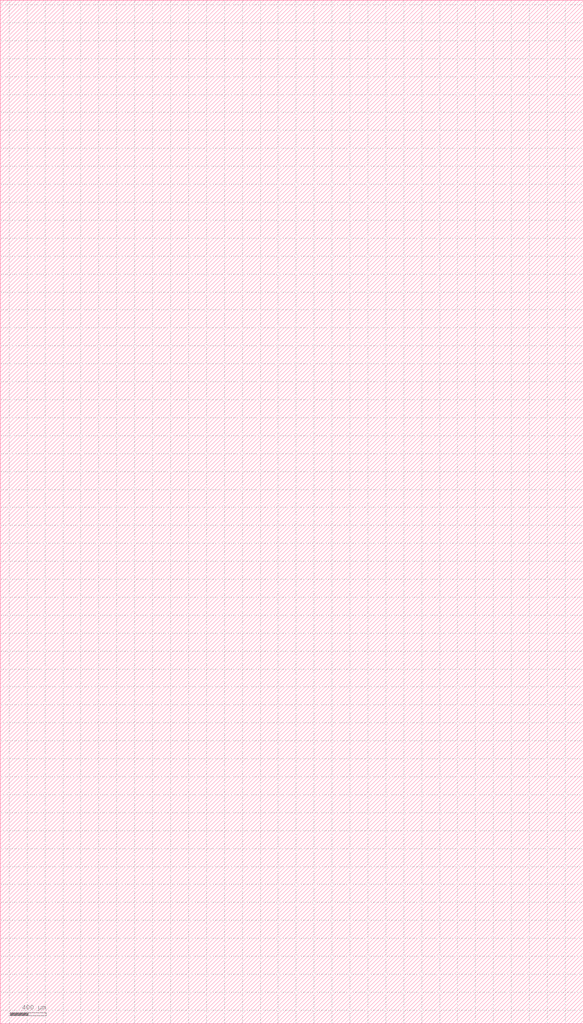
<source format=lef>
VERSION 5.7 ;
  NOWIREEXTENSIONATPIN ON ;
  DIVIDERCHAR "/" ;
  BUSBITCHARS "[]" ;
MACRO skullfet_inverter_10x
  CLASS BLOCK ;
  FOREIGN skullfet_inverter_10x ;
  ORIGIN -2500.000 -1650.000 ;
  SIZE 6500.000 BY 11400.000 ;
END skullfet_inverter_10x
END LIBRARY


</source>
